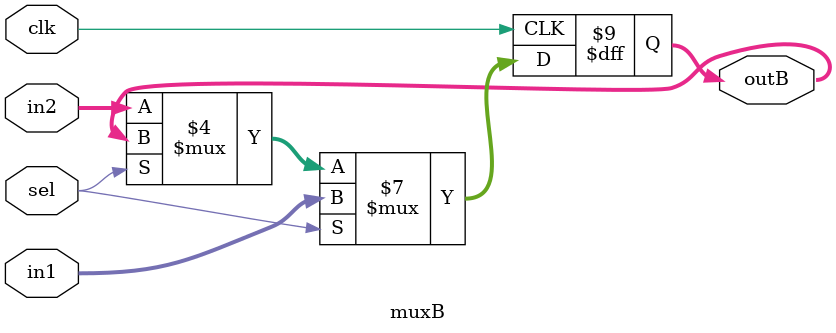
<source format=v>
module muxB ( clk, in1, in2, sel, outB);
input clk;
input [11:0] in1;
input [11:0] in2;
input sel;
output [11:0] outB;

reg [11:0] outB;

always@(posedge clk)
begin
	if ( sel == 1 ) begin
	outB <= in1;
	end
	else if ( sel == 0) begin
	outB <= in2;
	end
end
endmodule

</source>
